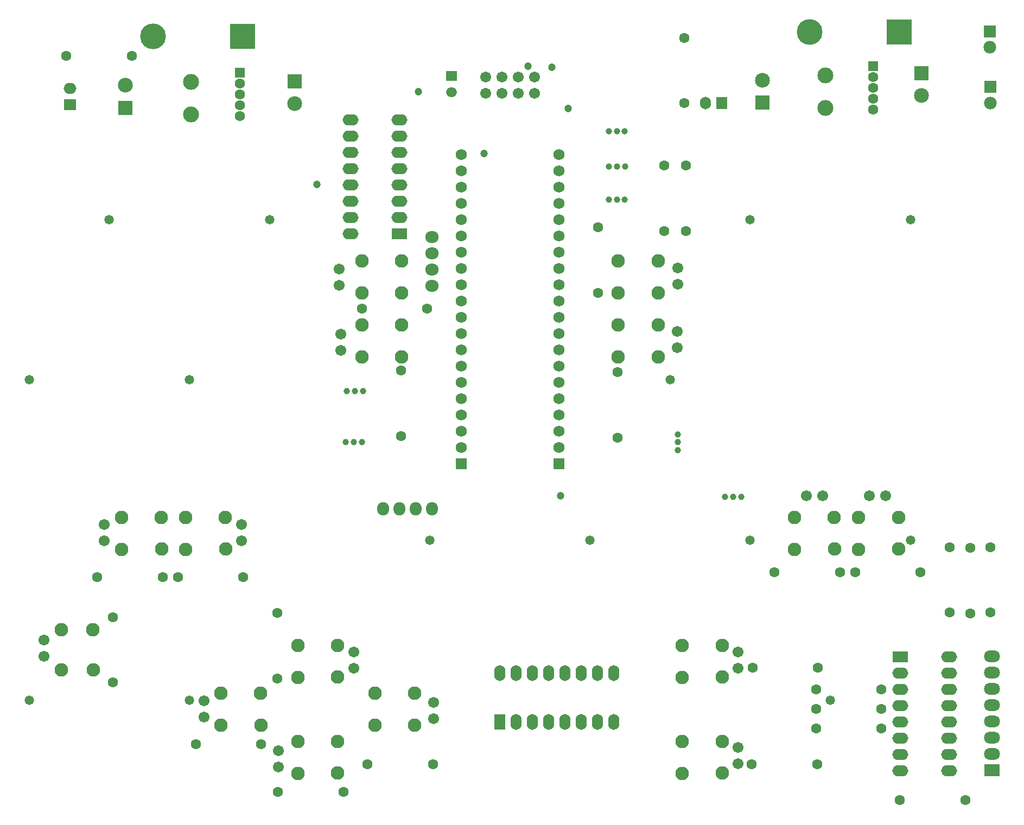
<source format=gbs>
G04*
G04 #@! TF.GenerationSoftware,Altium Limited,Altium Designer,21.3.2 (30)*
G04*
G04 Layer_Color=16711935*
%FSTAX24Y24*%
%MOIN*%
G70*
G04*
G04 #@! TF.SameCoordinates,7536F4C1-D20E-4AD8-A34B-159FF933A109*
G04*
G04*
G04 #@! TF.FilePolarity,Negative*
G04*
G01*
G75*
%ADD17C,0.0671*%
%ADD18R,0.0631X0.0631*%
%ADD19C,0.0631*%
%ADD20R,0.0907X0.0907*%
%ADD21C,0.0907*%
%ADD22C,0.0980*%
%ADD23C,0.1580*%
%ADD24R,0.1580X0.1580*%
%ADD25C,0.0395*%
%ADD26C,0.0830*%
%ADD27O,0.0671X0.0592*%
%ADD28R,0.0671X0.0592*%
%ADD29R,0.0780X0.0680*%
%ADD30O,0.0780X0.0680*%
%ADD31O,0.0980X0.0730*%
%ADD32R,0.0980X0.0730*%
%ADD33O,0.0680X0.0980*%
%ADD34R,0.0680X0.0980*%
%ADD35R,0.0980X0.0680*%
%ADD36O,0.0980X0.0680*%
%ADD37O,0.0730X0.0830*%
%ADD38O,0.0830X0.0730*%
%ADD39O,0.0680X0.0780*%
%ADD40R,0.0680X0.0780*%
%ADD41C,0.0680*%
%ADD42R,0.0680X0.0680*%
%ADD43R,0.0780X0.0780*%
%ADD44C,0.0780*%
%ADD45C,0.0580*%
%ADD46C,0.0474*%
D17*
X037885Y048145D02*
D03*
X038885D02*
D03*
X040885D02*
D03*
X039885D02*
D03*
X037885Y047145D02*
D03*
X038885D02*
D03*
X040885D02*
D03*
X039885D02*
D03*
X049639Y0325D02*
D03*
Y0315D02*
D03*
X049689Y0364D02*
D03*
Y0354D02*
D03*
X053389Y00695D02*
D03*
Y00595D02*
D03*
X034689Y0097D02*
D03*
Y0087D02*
D03*
X020589Y0098D02*
D03*
Y0088D02*
D03*
X028989Y03235D02*
D03*
Y03135D02*
D03*
X028889Y03635D02*
D03*
Y03535D02*
D03*
X062439Y0224D02*
D03*
X061439D02*
D03*
X058589D02*
D03*
X057589D02*
D03*
X053389Y0118D02*
D03*
Y0128D02*
D03*
X025139Y00675D02*
D03*
Y00575D02*
D03*
X029789Y0128D02*
D03*
Y0118D02*
D03*
X010739Y01355D02*
D03*
Y01255D02*
D03*
X022889Y02065D02*
D03*
Y01965D02*
D03*
X014439Y02065D02*
D03*
Y01965D02*
D03*
D18*
X061689Y04882D02*
D03*
X022789Y04842D02*
D03*
D19*
X061689Y04815D02*
D03*
Y04748D02*
D03*
Y04681D02*
D03*
Y04614D02*
D03*
X050089Y050558D02*
D03*
Y046542D02*
D03*
X044789Y034892D02*
D03*
Y038908D02*
D03*
X048839Y038692D02*
D03*
Y042708D02*
D03*
X050189D02*
D03*
Y038692D02*
D03*
X045989Y030008D02*
D03*
Y025992D02*
D03*
X068889Y015242D02*
D03*
Y019258D02*
D03*
X067639Y019208D02*
D03*
Y015192D02*
D03*
X066389Y015242D02*
D03*
Y019258D02*
D03*
X064597Y0177D02*
D03*
X060581D02*
D03*
X055631D02*
D03*
X059647D02*
D03*
X067347Y0037D02*
D03*
X063331D02*
D03*
X058247Y0059D02*
D03*
X054231D02*
D03*
X062197Y0093D02*
D03*
X058181D02*
D03*
X062197Y0081D02*
D03*
X058181D02*
D03*
X062197Y0105D02*
D03*
X058181D02*
D03*
X058297Y01185D02*
D03*
X054281D02*
D03*
X030631Y0059D02*
D03*
X034647D02*
D03*
X014031Y0174D02*
D03*
X018047D02*
D03*
X014989Y010942D02*
D03*
Y014958D02*
D03*
X022997Y0174D02*
D03*
X018981D02*
D03*
X034297Y0339D02*
D03*
X030281D02*
D03*
X032689Y030108D02*
D03*
Y026092D02*
D03*
X022789Y04775D02*
D03*
Y04708D02*
D03*
Y04641D02*
D03*
Y04574D02*
D03*
X016147Y04945D02*
D03*
X012131D02*
D03*
X020081Y00715D02*
D03*
X024097D02*
D03*
X029147Y0042D02*
D03*
X025131D02*
D03*
X025089Y011192D02*
D03*
Y015208D02*
D03*
D20*
X064639Y048389D02*
D03*
X054889Y046561D02*
D03*
X026139Y047889D02*
D03*
X015739Y04625D02*
D03*
D21*
X064639Y047011D02*
D03*
X054889Y047939D02*
D03*
X026139Y046511D02*
D03*
X015739Y047628D02*
D03*
D22*
X058739Y04825D02*
D03*
Y04625D02*
D03*
X019789Y04785D02*
D03*
Y04585D02*
D03*
D23*
X057789Y0509D02*
D03*
X017439Y05065D02*
D03*
D24*
X063289Y0509D02*
D03*
X022939Y05065D02*
D03*
D25*
X045447Y0448D02*
D03*
X045939D02*
D03*
X046431D02*
D03*
X045455Y04265D02*
D03*
X045947D02*
D03*
X046439D02*
D03*
X045447Y0406D02*
D03*
X045939D02*
D03*
X046431D02*
D03*
X049689Y025208D02*
D03*
Y0257D02*
D03*
Y026192D02*
D03*
X052597Y02235D02*
D03*
X053089D02*
D03*
X053581D02*
D03*
X030339Y02885D02*
D03*
X029847D02*
D03*
X029355D02*
D03*
X030281Y0257D02*
D03*
X029789D02*
D03*
X029297D02*
D03*
D26*
X046034Y032901D02*
D03*
X048484Y030951D02*
D03*
X048475Y032901D02*
D03*
X046034Y030932D02*
D03*
Y036838D02*
D03*
X048484Y034888D02*
D03*
X048475Y036838D02*
D03*
X046034Y034869D02*
D03*
X049971Y00731D02*
D03*
X052421Y00536D02*
D03*
X052412Y00731D02*
D03*
X049971Y005342D02*
D03*
Y013216D02*
D03*
X052421Y011266D02*
D03*
X052412Y013216D02*
D03*
X049971Y011247D02*
D03*
X031073Y010263D02*
D03*
X033523Y008313D02*
D03*
X033514Y010263D02*
D03*
X031073Y008294D02*
D03*
X021625Y010263D02*
D03*
X024075Y008313D02*
D03*
X024066Y010263D02*
D03*
X021625Y008294D02*
D03*
X030286Y032901D02*
D03*
X032736Y030951D02*
D03*
X032727Y032901D02*
D03*
X030286Y030932D02*
D03*
Y036838D02*
D03*
X032736Y034888D02*
D03*
X032727Y036838D02*
D03*
X030286Y034869D02*
D03*
X060798Y019121D02*
D03*
X063239Y02109D02*
D03*
X063248Y01914D02*
D03*
X060798Y02109D02*
D03*
X056861Y019121D02*
D03*
X059302Y02109D02*
D03*
X059311Y01914D02*
D03*
X056861Y02109D02*
D03*
X026349Y011247D02*
D03*
X02879Y013216D02*
D03*
X028799Y011266D02*
D03*
X026349Y013216D02*
D03*
Y005342D02*
D03*
X02879Y00731D02*
D03*
X028799Y00536D02*
D03*
X026349Y00731D02*
D03*
X013773Y011725D02*
D03*
X011805Y014166D02*
D03*
X013755Y014175D02*
D03*
X011805Y011725D02*
D03*
X019459Y019121D02*
D03*
X0219Y02109D02*
D03*
X021909Y01914D02*
D03*
X019459Y02109D02*
D03*
X015522Y019121D02*
D03*
X017963Y02109D02*
D03*
X017972Y01914D02*
D03*
X015522Y02109D02*
D03*
D27*
X035789Y0472D02*
D03*
D28*
Y0482D02*
D03*
D29*
X012339Y04645D02*
D03*
D30*
Y04745D02*
D03*
D31*
X068989Y01255D02*
D03*
Y01055D02*
D03*
Y00855D02*
D03*
Y00755D02*
D03*
Y00655D02*
D03*
Y00955D02*
D03*
Y01155D02*
D03*
D32*
Y00555D02*
D03*
D33*
X045739Y0115D02*
D03*
X044739D02*
D03*
X043739D02*
D03*
X042739D02*
D03*
X041739D02*
D03*
X040739D02*
D03*
X039739D02*
D03*
X038739D02*
D03*
X045739Y0085D02*
D03*
X044739D02*
D03*
X043739D02*
D03*
X042739D02*
D03*
X041739D02*
D03*
X040739D02*
D03*
X039739D02*
D03*
D34*
X038739D02*
D03*
D35*
X063339Y0125D02*
D03*
X032589Y0385D02*
D03*
D36*
X063339Y0115D02*
D03*
Y0105D02*
D03*
Y0095D02*
D03*
Y0085D02*
D03*
Y0075D02*
D03*
Y0065D02*
D03*
Y0055D02*
D03*
X066339Y0125D02*
D03*
Y0115D02*
D03*
Y0105D02*
D03*
Y0095D02*
D03*
Y0085D02*
D03*
Y0075D02*
D03*
Y0065D02*
D03*
Y0055D02*
D03*
X032589Y0395D02*
D03*
Y0405D02*
D03*
Y0415D02*
D03*
Y0425D02*
D03*
Y0435D02*
D03*
Y0445D02*
D03*
Y0455D02*
D03*
X029589Y0385D02*
D03*
Y0395D02*
D03*
Y0405D02*
D03*
Y0415D02*
D03*
Y0425D02*
D03*
Y0435D02*
D03*
Y0445D02*
D03*
Y0455D02*
D03*
D37*
X031589Y0216D02*
D03*
X032599D02*
D03*
X033579D02*
D03*
X034589D02*
D03*
D38*
Y03831D02*
D03*
Y0373D02*
D03*
Y03632D02*
D03*
Y03531D02*
D03*
D39*
X051389Y04655D02*
D03*
D40*
X052389D02*
D03*
D41*
X042385Y036385D02*
D03*
X036385Y027385D02*
D03*
Y028385D02*
D03*
Y029385D02*
D03*
Y030385D02*
D03*
Y031385D02*
D03*
Y032385D02*
D03*
Y033385D02*
D03*
Y034385D02*
D03*
Y035385D02*
D03*
Y036385D02*
D03*
Y037385D02*
D03*
Y038385D02*
D03*
Y039385D02*
D03*
Y040385D02*
D03*
Y041385D02*
D03*
Y042385D02*
D03*
Y043385D02*
D03*
Y025385D02*
D03*
Y026385D02*
D03*
X042385Y030385D02*
D03*
Y029385D02*
D03*
Y028385D02*
D03*
Y027385D02*
D03*
Y026385D02*
D03*
Y025385D02*
D03*
Y031385D02*
D03*
Y032385D02*
D03*
Y037385D02*
D03*
Y039385D02*
D03*
Y038385D02*
D03*
Y040385D02*
D03*
Y041385D02*
D03*
Y042385D02*
D03*
Y043385D02*
D03*
Y035385D02*
D03*
Y034385D02*
D03*
Y033385D02*
D03*
D42*
X036385Y024385D02*
D03*
X042385D02*
D03*
D43*
X068839Y05095D02*
D03*
X068889Y047534D02*
D03*
D44*
X068839Y049966D02*
D03*
X068889Y04655D02*
D03*
D45*
X063976Y03937D02*
D03*
Y019685D02*
D03*
X059055Y009843D02*
D03*
X054134Y03937D02*
D03*
X049213Y029528D02*
D03*
X054134Y019685D02*
D03*
X044291D02*
D03*
X034449D02*
D03*
X024606Y03937D02*
D03*
X019685Y029528D02*
D03*
Y009843D02*
D03*
X014764Y03937D02*
D03*
X009843Y029528D02*
D03*
Y009843D02*
D03*
D46*
X027536Y04155D02*
D03*
X040489Y0488D02*
D03*
X041939Y04875D02*
D03*
X042489Y0224D02*
D03*
X0378Y04345D02*
D03*
X042941Y0462D02*
D03*
X03376Y04723D02*
D03*
M02*

</source>
